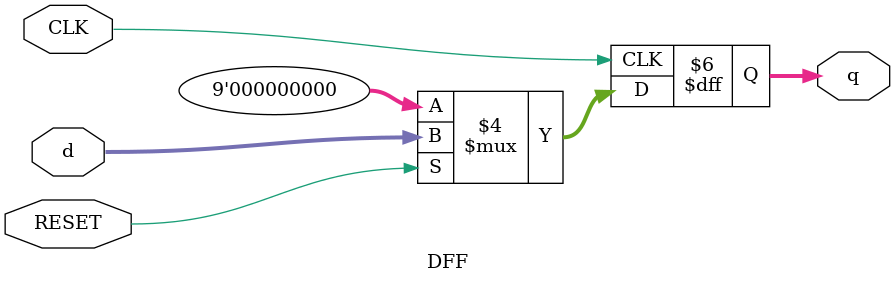
<source format=v>
`timescale 1ns / 1ps
module DFF 
#(parameter BW = 9)
  (
    input signed [BW-1:0]d,
    input CLK,RESET,
    output reg signed [BW-1:0] q
  );
       
always @(posedge CLK ) begin
  if (!RESET)
    q <= 0;
  else
    q <= d;
end
  
endmodule

</source>
